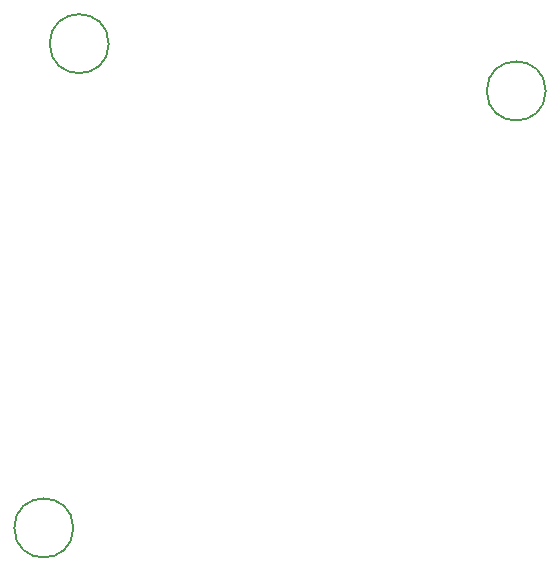
<source format=gbr>
%TF.GenerationSoftware,KiCad,Pcbnew,7.0.1*%
%TF.CreationDate,2024-03-09T19:29:19-07:00*%
%TF.ProjectId,CONTROLLER_Radar Altimeter,434f4e54-524f-44c4-9c45-525f52616461,3*%
%TF.SameCoordinates,Original*%
%TF.FileFunction,Other,Comment*%
%FSLAX46Y46*%
G04 Gerber Fmt 4.6, Leading zero omitted, Abs format (unit mm)*
G04 Created by KiCad (PCBNEW 7.0.1) date 2024-03-09 19:29:19*
%MOMM*%
%LPD*%
G01*
G04 APERTURE LIST*
%ADD10C,0.150000*%
G04 APERTURE END LIST*
D10*
%TO.C,MK1*%
X-93889240Y80000000D02*
G75*
G03*
X-93889240Y80000000I-2500000J0D01*
G01*
%TO.C,MK2*%
X-96889240Y39000000D02*
G75*
G03*
X-96889240Y39000000I-2500000J0D01*
G01*
%TO.C,MK3*%
X-56889240Y76000000D02*
G75*
G03*
X-56889240Y76000000I-2500000J0D01*
G01*
%TD*%
M02*

</source>
